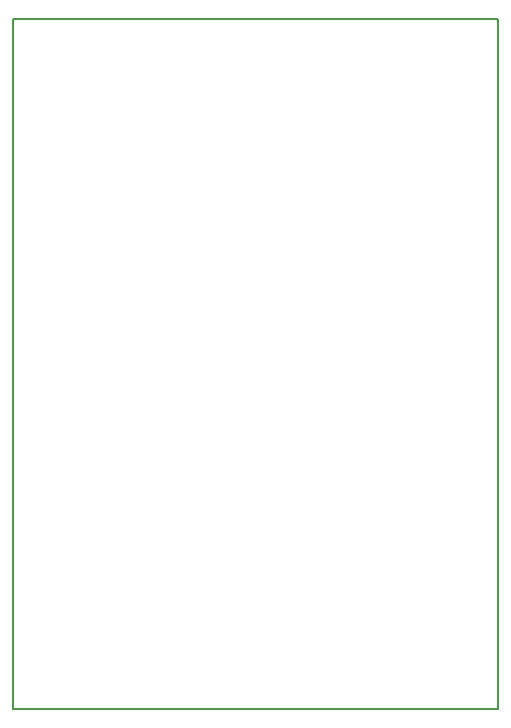
<source format=gbp>
%FSLAX44Y44*%
%MOMM*%
G71*
G01*
G75*
G04 Layer_Color=128*
%ADD10R,0.8000X0.8000*%
%ADD11R,0.7000X0.8500*%
%ADD12R,1.0000X1.4000*%
%ADD13R,0.8000X0.8000*%
%ADD14R,6.6000X6.1000*%
%ADD15R,2.0000X1.0000*%
%ADD16R,1.4000X1.0000*%
%ADD17R,1.7000X1.5000*%
%ADD18R,1.5000X0.3000*%
%ADD19R,0.3000X1.5000*%
%ADD20R,1.2500X1.1000*%
%ADD21R,1.1000X1.2500*%
%ADD22R,5.5000X2.0000*%
%ADD23C,0.2540*%
%ADD24C,0.2000*%
%ADD25C,2.0000*%
%ADD26C,0.4000*%
%ADD27C,0.3000*%
%ADD28R,1.0032X1.0032*%
%ADD29R,0.9032X1.0532*%
%ADD30R,1.2032X1.6032*%
%ADD31R,1.0032X1.0032*%
%ADD32R,6.8032X6.3032*%
%ADD33R,2.2032X1.2032*%
%ADD34R,1.6032X1.2032*%
%ADD35R,1.9032X1.7032*%
%ADD36R,1.7032X0.5032*%
%ADD37R,0.5032X1.7032*%
%ADD38R,1.4532X1.3032*%
%ADD39R,1.3032X1.4532*%
%ADD40R,5.7032X2.2032*%
%ADD41C,0.2032*%
%ADD42C,2.2032*%
%ADD43C,0.6032*%
D24*
X0Y0D02*
X410000D01*
X0D02*
Y585000D01*
X410000Y0D02*
Y585000D01*
X0D02*
X410000D01*
M02*

</source>
